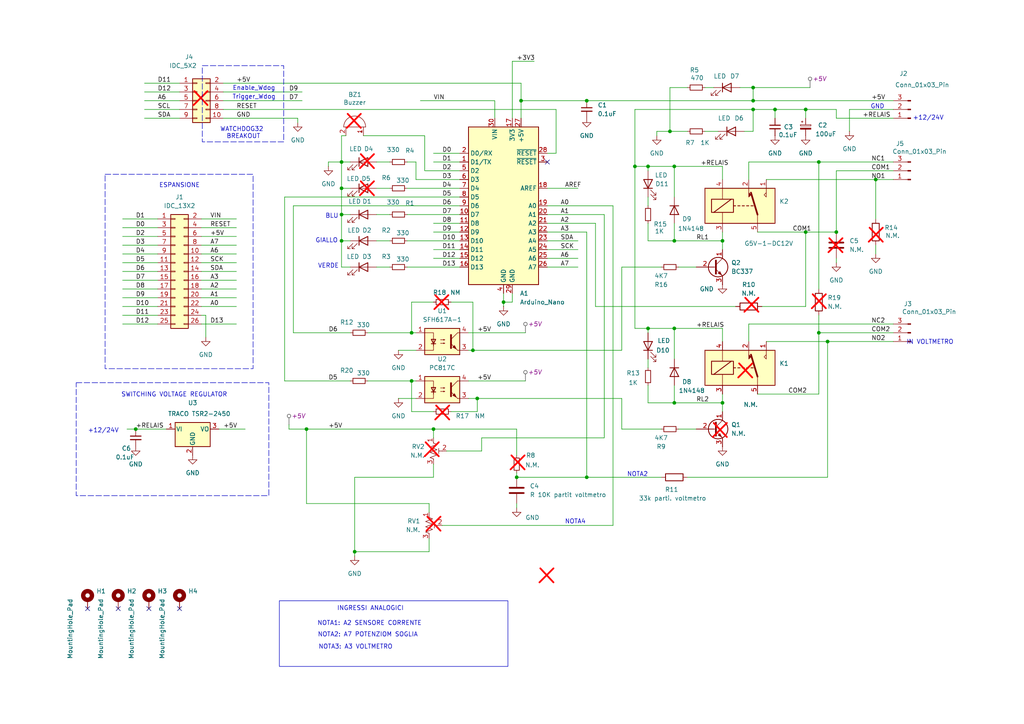
<source format=kicad_sch>
(kicad_sch (version 20231120) (generator "eeschema") (generator_version "8.0")
  (paper "A4")
  (title_block (title "Amperometro con soglia"))
  (junction (at 99.06 69.85))
  (junction (at 99.06 54.61))
  (junction (at 187.96 95.25))
  (junction (at 39.37 124.46))
  (junction (at 218.44 29.21))
  (junction (at 237.49 96.52))
  (junction (at 184.15 48.26))
  (junction (at 170.18 29.21))
  (junction (at 102.87 160.02))
  (junction (at 151.13 29.21))
  (junction (at 137.16 101.6))
  (junction (at 146.05 87.63))
  (junction (at 254 52.07))
  (junction (at 99.06 46.99))
  (junction (at 233.68 67.31))
  (junction (at 119.38 110.49))
  (junction (at 195.58 95.25))
  (junction (at 218.44 31.75))
  (junction (at 209.55 116.84))
  (junction (at 194.31 38.1))
  (junction (at 187.96 48.26))
  (junction (at 242.57 67.31))
  (junction (at 149.86 138.43))
  (junction (at 88.9 124.46))
  (junction (at 237.49 46.99))
  (junction (at 125.73 124.46))
  (junction (at 170.18 138.43))
  (junction (at 209.55 69.85))
  (junction (at 195.58 116.84))
  (junction (at 240.03 99.06))
  (junction (at 233.68 31.75))
  (junction (at 99.06 62.23))
  (junction (at 138.43 115.57))
  (junction (at 224.79 31.75))
  (junction (at 119.38 96.52))
  (junction (at 218.44 25.4))
  (junction (at 195.58 69.85))
  (junction (at 195.58 48.26))
  (no_connect (at 158.75 46.99))
  (no_connect (at 25.4 176.53))
  (no_connect (at 52.07 176.53))
  (no_connect (at 43.18 176.53))
  (no_connect (at 34.29 176.53))
  (wire (pts (xy 64.77 26.67) (xy 87.63 26.67)))
  (wire (pts (xy 124.46 146.05) (xy 124.46 148.59)))
  (wire (pts (xy 187.96 116.84) (xy 187.96 111.76)))
  (wire (pts (xy 35.56 81.28) (xy 45.72 81.28)))
  (wire (pts (xy 35.56 88.9) (xy 45.72 88.9)))
  (wire (pts (xy 204.47 25.4) (xy 207.01 25.4)))
  (wire (pts (xy 187.96 48.26) (xy 195.58 48.26)))
  (wire (pts (xy 85.09 96.52) (xy 101.6 96.52)))
  (polyline (pts (xy 160.528 168.91) (xy 156.718 164.846)) (stroke (width 0.508) (color 255 0 0 1)))
  (wire (pts (xy 99.06 54.61) (xy 99.06 62.23)))
  (wire (pts (xy 148.59 34.29) (xy 148.59 17.78)))
  (wire (pts (xy 158.75 74.93) (xy 167.64 74.93)))
  (polyline (pts (xy 206.756 126.746) (xy 210.82 122.682)) (stroke (width 0.508) (color 255 0 0 1)))
  (wire (pts (xy 195.58 116.84) (xy 187.96 116.84)))
  (wire (pts (xy 195.58 104.14) (xy 195.58 95.25)))
  (wire (pts (xy 195.58 111.76) (xy 195.58 116.84)))
  (wire (pts (xy 180.34 77.47) (xy 191.77 77.47)))
  (wire (pts (xy 82.55 57.15) (xy 82.55 110.49)))
  (wire (pts (xy 146.05 87.63) (xy 146.05 88.9)))
  (wire (pts (xy 148.59 17.78) (xy 154.94 17.78)))
  (wire (pts (xy 242.57 49.53) (xy 242.57 67.31)))
  (polyline (pts (xy 104.648 37.084) (xy 100.838 33.02)) (stroke (width 0.508) (color 255 0 0 1)))
  (wire (pts (xy 39.37 124.46) (xy 48.26 124.46)))
  (polyline (pts (xy 56.134 30.48) (xy 60.198 26.416)) (stroke (width 0.508) (color 255 0 0 1)))
  (wire (pts (xy 99.06 62.23) (xy 99.06 69.85)))
  (wire (pts (xy 58.42 86.36) (xy 68.58 86.36)))
  (wire (pts (xy 218.44 29.21) (xy 170.18 29.21)))
  (wire (pts (xy 187.96 104.14) (xy 187.96 106.68)))
  (wire (pts (xy 83.82 124.46) (xy 88.9 124.46)))
  (wire (pts (xy 209.55 95.25) (xy 209.55 99.06)))
  (wire (pts (xy 138.43 115.57) (xy 180.34 115.57)))
  (wire (pts (xy 204.47 38.1) (xy 208.28 38.1)))
  (wire (pts (xy 39.37 124.46) (xy 36.83 124.46)))
  (wire (pts (xy 148.59 87.63) (xy 146.05 87.63)))
  (wire (pts (xy 233.68 67.31) (xy 233.68 88.9)))
  (wire (pts (xy 125.73 124.46) (xy 125.73 127)))
  (wire (pts (xy 88.9 124.46) (xy 125.73 124.46)))
  (wire (pts (xy 214.63 25.4) (xy 218.44 25.4)))
  (polyline (pts (xy 125.984 89.662) (xy 130.048 85.598)) (stroke (width 0.508) (color 255 0 0 1)))
  (wire (pts (xy 35.56 66.04) (xy 45.72 66.04)))
  (wire (pts (xy 128.27 152.4) (xy 177.8 152.4)))
  (wire (pts (xy 237.49 46.99) (xy 259.08 46.99)))
  (polyline (pts (xy 239.522 89.408) (xy 235.712 85.344)) (stroke (width 0.508) (color 255 0 0 1)))
  (wire (pts (xy 195.58 69.85) (xy 209.55 69.85)))
  (wire (pts (xy 129.54 130.81) (xy 139.7 130.81)))
  (wire (pts (xy 209.55 67.31) (xy 209.55 69.85)))
  (wire (pts (xy 41.91 24.13) (xy 52.07 24.13)))
  (wire (pts (xy 187.96 57.15) (xy 187.96 59.69)))
  (wire (pts (xy 237.49 96.52) (xy 237.49 91.44)))
  (wire (pts (xy 135.89 110.49) (xy 152.4 110.49)))
  (polyline (pts (xy 123.19 132.334) (xy 127.254 128.27)) (stroke (width 0.508) (color 255 0 0 1)))
  (wire (pts (xy 125.73 124.46) (xy 149.86 124.46)))
  (wire (pts (xy 119.38 96.52) (xy 120.65 96.52)))
  (wire (pts (xy 102.87 160.02) (xy 124.46 160.02)))
  (wire (pts (xy 130.81 119.38) (xy 138.43 119.38)))
  (wire (pts (xy 123.19 49.53) (xy 133.35 49.53)))
  (wire (pts (xy 58.42 91.44) (xy 59.69 91.44)))
  (wire (pts (xy 82.55 57.15) (xy 133.35 57.15)))
  (wire (pts (xy 119.38 110.49) (xy 120.65 110.49)))
  (wire (pts (xy 195.58 95.25) (xy 209.55 95.25)))
  (wire (pts (xy 158.75 72.39) (xy 167.64 72.39)))
  (wire (pts (xy 196.85 77.47) (xy 201.93 77.47)))
  (wire (pts (xy 233.68 34.29) (xy 233.68 31.75)))
  (wire (pts (xy 58.42 73.66) (xy 68.58 73.66)))
  (wire (pts (xy 99.06 77.47) (xy 101.6 77.47)))
  (wire (pts (xy 237.49 114.3) (xy 219.71 114.3)))
  (wire (pts (xy 125.73 138.43) (xy 102.87 138.43)))
  (wire (pts (xy 167.64 69.85) (xy 158.75 69.85)))
  (wire (pts (xy 220.98 88.9) (xy 233.68 88.9)))
  (wire (pts (xy 35.56 86.36) (xy 45.72 86.36)))
  (wire (pts (xy 217.17 99.06) (xy 217.17 93.98)))
  (wire (pts (xy 99.06 69.85) (xy 101.6 69.85)))
  (wire (pts (xy 217.17 52.07) (xy 217.17 46.99)))
  (wire (pts (xy 218.44 38.1) (xy 215.9 38.1)))
  (polyline (pts (xy 126.238 121.666) (xy 130.302 117.602)) (stroke (width 0.508) (color 255 0 0 1)))
  (wire (pts (xy 195.58 64.77) (xy 195.58 69.85)))
  (wire (pts (xy 58.42 71.12) (xy 68.58 71.12)))
  (wire (pts (xy 158.75 67.31) (xy 170.18 67.31)))
  (wire (pts (xy 58.42 83.82) (xy 68.58 83.82)))
  (wire (pts (xy 222.25 99.06) (xy 240.03 99.06)))
  (wire (pts (xy 88.9 146.05) (xy 88.9 124.46)))
  (wire (pts (xy 115.57 101.6) (xy 120.65 101.6)))
  (wire (pts (xy 139.7 127) (xy 139.7 130.81)))
  (wire (pts (xy 109.22 62.23) (xy 113.03 62.23)))
  (wire (pts (xy 175.26 127) (xy 139.7 127)))
  (polyline (pts (xy 108.458 48.768) (xy 104.648 44.704)) (stroke (width 0.508) (color 255 0 0 1)))
  (wire (pts (xy 222.25 52.07) (xy 254 52.07)))
  (wire (pts (xy 170.18 67.31) (xy 170.18 138.43)))
  (wire (pts (xy 86.36 34.29) (xy 86.36 35.56)))
  (wire (pts (xy 177.8 59.69) (xy 177.8 152.4)))
  (polyline (pts (xy 127.762 153.924) (xy 123.952 149.86)) (stroke (width 0.508) (color 255 0 0 1)))
  (wire (pts (xy 137.16 87.63) (xy 137.16 101.6)))
  (wire (pts (xy 125.73 44.45) (xy 133.35 44.45)))
  (wire (pts (xy 138.43 119.38) (xy 138.43 115.57)))
  (wire (pts (xy 99.06 46.99) (xy 99.06 54.61)))
  (wire (pts (xy 99.06 69.85) (xy 99.06 77.47)))
  (polyline (pts (xy 214.122 109.474) (xy 218.186 105.41)) (stroke (width 0.508) (color 255 0 0 1)))
  (wire (pts (xy 180.34 115.57) (xy 180.34 124.46)))
  (wire (pts (xy 58.42 88.9) (xy 68.58 88.9)))
  (wire (pts (xy 64.77 29.21) (xy 87.63 29.21)))
  (wire (pts (xy 149.86 138.43) (xy 170.18 138.43)))
  (wire (pts (xy 209.55 116.84) (xy 209.55 119.38)))
  (wire (pts (xy 102.87 161.29) (xy 102.87 160.02)))
  (wire (pts (xy 180.34 124.46) (xy 191.77 124.46)))
  (wire (pts (xy 237.49 96.52) (xy 237.49 114.3)))
  (polyline (pts (xy 244.348 73.152) (xy 240.538 69.088)) (stroke (width 0.508) (color 255 0 0 1)))
  (wire (pts (xy 115.57 115.57) (xy 120.65 115.57)))
  (wire (pts (xy 102.87 138.43) (xy 102.87 160.02)))
  (wire (pts (xy 59.69 91.44) (xy 59.69 97.79)))
  (wire (pts (xy 123.19 39.37) (xy 105.41 39.37)))
  (wire (pts (xy 138.43 115.57) (xy 135.89 115.57)))
  (wire (pts (xy 106.68 110.49) (xy 119.38 110.49)))
  (wire (pts (xy 240.03 99.06) (xy 259.08 99.06)))
  (wire (pts (xy 121.92 29.21) (xy 143.51 29.21)))
  (wire (pts (xy 109.22 77.47) (xy 113.03 77.47)))
  (wire (pts (xy 259.08 52.07) (xy 254 52.07)))
  (wire (pts (xy 149.86 137.16) (xy 149.86 138.43)))
  (wire (pts (xy 259.08 49.53) (xy 242.57 49.53)))
  (wire (pts (xy 259.08 31.75) (xy 246.38 31.75)))
  (wire (pts (xy 180.34 77.47) (xy 180.34 101.6)))
  (wire (pts (xy 41.91 29.21) (xy 52.07 29.21)))
  (wire (pts (xy 58.42 81.28) (xy 68.58 81.28)))
  (wire (pts (xy 151.13 29.21) (xy 151.13 24.13)))
  (wire (pts (xy 149.86 146.05) (xy 149.86 147.32)))
  (polyline (pts (xy 240.284 73.152) (xy 244.348 69.088)) (stroke (width 0.508) (color 255 0 0 1)))
  (wire (pts (xy 85.09 59.69) (xy 133.35 59.69)))
  (wire (pts (xy 58.42 66.04) (xy 68.58 66.04)))
  (wire (pts (xy 158.75 77.47) (xy 167.64 77.47)))
  (wire (pts (xy 118.11 62.23) (xy 133.35 62.23)))
  (wire (pts (xy 161.29 31.75) (xy 161.29 44.45)))
  (wire (pts (xy 172.72 64.77) (xy 158.75 64.77)))
  (wire (pts (xy 209.55 48.26) (xy 209.55 52.07)))
  (wire (pts (xy 219.71 67.31) (xy 233.68 67.31)))
  (wire (pts (xy 35.56 93.98) (xy 45.72 93.98)))
  (wire (pts (xy 41.91 34.29) (xy 52.07 34.29)))
  (wire (pts (xy 99.06 39.37) (xy 99.06 46.99)))
  (wire (pts (xy 99.06 62.23) (xy 101.6 62.23)))
  (wire (pts (xy 246.38 31.75) (xy 246.38 38.1)))
  (wire (pts (xy 119.38 119.38) (xy 119.38 110.49)))
  (wire (pts (xy 125.73 74.93) (xy 133.35 74.93)))
  (wire (pts (xy 217.17 93.98) (xy 259.08 93.98)))
  (wire (pts (xy 143.51 29.21) (xy 143.51 34.29)))
  (wire (pts (xy 184.15 31.75) (xy 184.15 48.26)))
  (wire (pts (xy 95.25 46.99) (xy 95.25 48.26)))
  (polyline (pts (xy 100.584 37.084) (xy 104.648 33.02)) (stroke (width 0.508) (color 255 0 0 1)))
  (wire (pts (xy 41.91 31.75) (xy 52.07 31.75)))
  (wire (pts (xy 35.56 71.12) (xy 45.72 71.12)))
  (wire (pts (xy 254 52.07) (xy 254 63.5)))
  (polyline (pts (xy 251.968 70.104) (xy 256.032 66.04)) (stroke (width 0.508) (color 255 0 0 1)))
  (polyline (pts (xy 108.458 56.642) (xy 104.648 52.578)) (stroke (width 0.508) (color 255 0 0 1)))
  (polyline (pts (xy 156.464 168.91) (xy 160.528 164.846)) (stroke (width 0.508) (color 255 0 0 1)))
  (wire (pts (xy 124.46 160.02) (xy 124.46 156.21)))
  (wire (pts (xy 118.11 54.61) (xy 133.35 54.61)))
  (wire (pts (xy 194.31 25.4) (xy 199.39 25.4)))
  (wire (pts (xy 190.5 38.1) (xy 194.31 38.1)))
  (wire (pts (xy 125.73 67.31) (xy 133.35 67.31)))
  (wire (pts (xy 119.38 87.63) (xy 119.38 96.52)))
  (wire (pts (xy 35.56 68.58) (xy 45.72 68.58)))
  (wire (pts (xy 124.46 146.05) (xy 88.9 146.05)))
  (wire (pts (xy 184.15 48.26) (xy 187.96 48.26)))
  (wire (pts (xy 149.86 124.46) (xy 149.86 132.08)))
  (wire (pts (xy 218.44 31.75) (xy 184.15 31.75)))
  (wire (pts (xy 106.68 96.52) (xy 119.38 96.52)))
  (wire (pts (xy 35.56 73.66) (xy 45.72 73.66)))
  (wire (pts (xy 254 73.66) (xy 254 71.12)))
  (wire (pts (xy 194.31 38.1) (xy 194.31 25.4)))
  (wire (pts (xy 233.68 67.31) (xy 242.57 67.31)))
  (wire (pts (xy 209.55 114.3) (xy 209.55 116.84)))
  (wire (pts (xy 218.44 25.4) (xy 218.44 29.21)))
  (wire (pts (xy 109.22 54.61) (xy 113.03 54.61)))
  (wire (pts (xy 146.05 85.09) (xy 146.05 87.63)))
  (wire (pts (xy 233.68 31.75) (xy 224.79 31.75)))
  (polyline (pts (xy 104.394 48.768) (xy 108.458 44.704)) (stroke (width 0.508) (color 255 0 0 1)))
  (wire (pts (xy 175.26 62.23) (xy 175.26 127)))
  (wire (pts (xy 237.49 46.99) (xy 237.49 83.82)))
  (wire (pts (xy 194.31 38.1) (xy 199.39 38.1)))
  (wire (pts (xy 151.13 29.21) (xy 151.13 34.29)))
  (wire (pts (xy 158.75 59.69) (xy 177.8 59.69)))
  (wire (pts (xy 64.77 34.29) (xy 86.36 34.29)))
  (wire (pts (xy 58.42 76.2) (xy 68.58 76.2)))
  (wire (pts (xy 101.6 54.61) (xy 99.06 54.61)))
  (wire (pts (xy 125.73 134.62) (xy 125.73 138.43)))
  (wire (pts (xy 35.56 63.5) (xy 45.72 63.5)))
  (wire (pts (xy 137.16 101.6) (xy 135.89 101.6)))
  (wire (pts (xy 120.65 52.07) (xy 133.35 52.07)))
  (wire (pts (xy 224.79 34.29) (xy 224.79 31.75)))
  (wire (pts (xy 125.73 64.77) (xy 133.35 64.77)))
  (wire (pts (xy 35.56 83.82) (xy 45.72 83.82)))
  (wire (pts (xy 99.06 46.99) (xy 95.25 46.99)))
  (polyline (pts (xy 60.198 30.48) (xy 56.388 26.416)) (stroke (width 0.508) (color 255 0 0 1)))
  (wire (pts (xy 187.96 95.25) (xy 187.96 96.52)))
  (wire (pts (xy 118.11 46.99) (xy 120.65 46.99)))
  (wire (pts (xy 240.03 99.06) (xy 240.03 138.43)))
  (wire (pts (xy 195.58 69.85) (xy 187.96 69.85)))
  (wire (pts (xy 41.91 26.67) (xy 52.07 26.67)))
  (wire (pts (xy 35.56 76.2) (xy 45.72 76.2)))
  (wire (pts (xy 135.89 96.52) (xy 152.4 96.52)))
  (wire (pts (xy 109.22 46.99) (xy 113.03 46.99)))
  (wire (pts (xy 195.58 116.84) (xy 209.55 116.84)))
  (wire (pts (xy 120.65 52.07) (xy 120.65 46.99)))
  (wire (pts (xy 58.42 68.58) (xy 68.58 68.58)))
  (wire (pts (xy 148.59 85.09) (xy 148.59 87.63)))
  (wire (pts (xy 218.44 31.75) (xy 218.44 38.1)))
  (wire (pts (xy 242.57 34.29) (xy 259.08 34.29)))
  (wire (pts (xy 195.58 48.26) (xy 209.55 48.26)))
  (polyline (pts (xy 130.302 121.666) (xy 126.492 117.602)) (stroke (width 0.508) (color 255 0 0 1)))
  (polyline (pts (xy 215.9 90.424) (xy 219.964 86.36)) (stroke (width 0.508) (color 255 0 0 1)))
  (wire (pts (xy 99.06 39.37) (xy 100.33 39.37)))
  (polyline (pts (xy 130.048 89.662) (xy 126.238 85.598)) (stroke (width 0.508) (color 255 0 0 1)))
  (wire (pts (xy 64.77 31.75) (xy 161.29 31.75)))
  (wire (pts (xy 99.06 46.99) (xy 101.6 46.99)))
  (wire (pts (xy 217.17 46.99) (xy 237.49 46.99)))
  (wire (pts (xy 187.96 95.25) (xy 195.58 95.25)))
  (wire (pts (xy 184.15 95.25) (xy 187.96 95.25)))
  (wire (pts (xy 35.56 78.74) (xy 45.72 78.74)))
  (wire (pts (xy 224.79 31.75) (xy 218.44 31.75)))
  (wire (pts (xy 199.39 138.43) (xy 240.03 138.43)))
  (wire (pts (xy 213.36 88.9) (xy 172.72 88.9)))
  (wire (pts (xy 196.85 124.46) (xy 201.93 124.46)))
  (wire (pts (xy 180.34 101.6) (xy 137.16 101.6)))
  (polyline (pts (xy 152.146 136.144) (xy 148.336 132.08)) (stroke (width 0.508) (color 255 0 0 1)))
  (wire (pts (xy 130.81 87.63) (xy 137.16 87.63)))
  (wire (pts (xy 158.75 62.23) (xy 175.26 62.23)))
  (wire (pts (xy 209.55 69.85) (xy 209.55 72.39)))
  (polyline (pts (xy 219.964 90.424) (xy 216.154 86.36)) (stroke (width 0.508) (color 255 0 0 1)))
  (wire (pts (xy 190.5 38.1) (xy 190.5 39.37)))
  (wire (pts (xy 170.18 138.43) (xy 191.77 138.43)))
  (wire (pts (xy 85.09 96.52) (xy 85.09 59.69)))
  (polyline (pts (xy 256.032 70.104) (xy 252.222 66.04)) (stroke (width 0.508) (color 255 0 0 1)))
  (wire (pts (xy 123.19 49.53) (xy 123.19 39.37)))
  (wire (pts (xy 35.56 91.44) (xy 45.72 91.44)))
  (wire (pts (xy 125.73 72.39) (xy 133.35 72.39)))
  (wire (pts (xy 161.29 44.45) (xy 158.75 44.45)))
  (polyline (pts (xy 148.082 136.144) (xy 152.146 132.08)) (stroke (width 0.508) (color 255 0 0 1)))
  (wire (pts (xy 242.57 74.93) (xy 242.57 76.2)))
  (wire (pts (xy 184.15 48.26) (xy 184.15 95.25)))
  (wire (pts (xy 187.96 48.26) (xy 187.96 49.53)))
  (wire (pts (xy 83.82 123.19) (xy 83.82 124.46)))
  (polyline (pts (xy 104.394 56.642) (xy 108.458 52.578)) (stroke (width 0.508) (color 255 0 0 1)))
  (wire (pts (xy 58.42 93.98) (xy 68.58 93.98)))
  (wire (pts (xy 118.11 77.47) (xy 133.35 77.47)))
  (wire (pts (xy 237.49 96.52) (xy 259.08 96.52)))
  (wire (pts (xy 118.11 69.85) (xy 133.35 69.85)))
  (wire (pts (xy 170.18 29.21) (xy 151.13 29.21)))
  (wire (pts (xy 58.42 63.5) (xy 68.58 63.5)))
  (polyline (pts (xy 210.82 126.746) (xy 207.01 122.682)) (stroke (width 0.508) (color 255 0 0 1)))
  (polyline (pts (xy 235.458 89.408) (xy 239.522 85.344)) (stroke (width 0.508) (color 255 0 0 1)))
  (wire (pts (xy 218.44 25.4) (xy 234.95 25.4)))
  (polyline (pts (xy 123.698 153.924) (xy 127.762 149.86)) (stroke (width 0.508) (color 255 0 0 1)))
  (wire (pts (xy 58.42 78.74) (xy 68.58 78.74)))
  (wire (pts (xy 109.22 69.85) (xy 113.03 69.85)))
  (wire (pts (xy 242.57 31.75) (xy 233.68 31.75)))
  (polyline (pts (xy 218.186 109.474) (xy 214.376 105.41)) (stroke (width 0.508) (color 255 0 0 1)))
  (wire (pts (xy 158.75 54.61) (xy 167.64 54.61)))
  (wire (pts (xy 172.72 64.77) (xy 172.72 88.9)))
  (wire (pts (xy 125.73 46.99) (xy 133.35 46.99)))
  (wire (pts (xy 125.73 87.63) (xy 119.38 87.63)))
  (wire (pts (xy 187.96 69.85) (xy 187.96 64.77)))
  (wire (pts (xy 64.77 24.13) (xy 151.13 24.13)))
  (polyline (pts (xy 127.254 132.334) (xy 123.444 128.27)) (stroke (width 0.508) (color 255 0 0 1)))
  (wire (pts (xy 101.6 110.49) (xy 82.55 110.49)))
  (wire (pts (xy 63.5 124.46) (xy 71.12 124.46)))
  (wire (pts (xy 195.58 57.15) (xy 195.58 48.26)))
  (wire (pts (xy 242.57 34.29) (xy 242.57 31.75)))
  (wire (pts (xy 125.73 119.38) (xy 119.38 119.38)))
  (wire (pts (xy 218.44 29.21) (xy 259.08 29.21)))
  (rectangle (start 81.026 174.244) (end 147.32 193.294))
  (rectangle (start 30.48 50.546) (end 73.406 106.934) (stroke (width 0) (type dash)))
  (rectangle (start 58.674 19.05) (end 82.296 41.148) (stroke (width 0) (type dash)))
  (rectangle (start 22.098 110.998) (end 77.978 143.764) (stroke (width 0) (type dash)))
  (text "VERDE" (at 95.25 77.216 0) (effects (font (size 1.27 1.27))))
  (text "NOTA1: A2 SENSORE CORRENTE" (at 107.188 180.848 0) (effects (font (size 1.27 1.27))))
  (text "WATCHDOG32 \nBREAKOUT" (at 70.612 38.608 0) (effects (font (size 1.27 1.27))))
  (text "GND" (at 254.508 30.988 0) (effects (font (size 1.27 1.27))))
  (text "INGRESSI ANALOGICI" (at 107.442 176.53 0) (effects (font (size 1.27 1.27))))
  (text "GIALLO" (at 94.742 69.85 0) (effects (font (size 1.27 1.27))))
  (text "NOTA3: A3 VOLTMETRO" (at 103.124 187.706 0) (effects (font (size 1.27 1.27))))
  (text "+12/24V\n" (at 29.972 124.968 0) (effects (font (size 1.27 1.27))))
  (text "SWITCHING VOLTAGE REGULATOR" (at 50.546 114.554 0) (effects (font (size 1.27 1.27))))
  (text "NOTA2: A7 POTENZIOM SOGLIA" (at 106.68 184.15 0) (effects (font (size 1.27 1.27))))
  (text "BLU" (at 96.266 62.738 0) (effects (font (size 1.27 1.27))))
  (text "ESPANSIONE\n" (at 52.07 53.848 0) (effects (font (size 1.27 1.27))))
  (text "IN VOLTMETRO\n" (at 269.748 99.314 0) (effects (font (size 1.27 1.27))))
  (text "NOTA4" (at 166.878 151.384 0) (effects (font (size 1.27 1.27))))
  (text "+12/24V\n" (at 269.24 34.29 0) (effects (font (size 1.27 1.27))))
  (text "Enable_Wdog" (at 73.66 25.654 0) (effects (font (size 1.27 1.27))))
  (text "NOTA2" (at 184.912 137.668 0) (effects (font (size 1.27 1.27))))
  (text "Trigger_Wdog" (at 73.66 28.194 0) (effects (font (size 1.27 1.27))))
  (label "A6" (at 162.56 74.93 0))
  (label "D11" (at 45.72 24.13 0))
  (label "+5V" (at 138.43 110.49 0))
  (label "D12" (at 39.37 93.98 0))
  (label "A6" (at 60.96 73.66 0))
  (label "D13" (at 60.96 93.98 0))
  (label "SCL" (at 45.72 31.75 0))
  (label "D5" (at 128.27 57.15 0))
  (label "GND" (at 68.58 34.29 0))
  (label "+5V" (at 60.96 68.58 0))
  (label "VIN" (at 60.96 63.5 0))
  (label "SCK" (at 162.56 72.39 0))
  (label "A0" (at 60.96 88.9 0))
  (label "D7" (at 128.27 62.23 0))
  (label "A1" (at 162.56 62.23 0))
  (label "D4" (at 39.37 73.66 0))
  (label "D4" (at 128.27 54.61 0))
  (label "+RELAIS" (at 250.19 34.29 0))
  (label "COM2" (at 252.73 96.52 0))
  (label "+RELAIS" (at 203.2 48.26 0))
  (label "D9" (at 39.37 86.36 0))
  (label "SDA" (at 60.96 78.74 0))
  (label "AREF" (at 163.83 54.61 0))
  (label "D6" (at 95.2938 96.52 0))
  (label "+RELAIS" (at 201.93 95.25 0))
  (label "D11" (at 39.37 91.44 0))
  (label "D1" (at 39.37 63.5 0))
  (label "+5V" (at 95.25 124.46 0))
  (label "D5" (at 95.25 110.49 0))
  (label "VIN" (at 125.73 29.21 0))
  (label "A2" (at 162.56 64.77 0))
  (label "SDA" (at 162.56 69.85 0))
  (label "D5" (at 39.37 76.2 0))
  (label "D11" (at 128.27 72.39 0))
  (label "NC1" (at 252.73 46.99 0))
  (label "D0" (at 128.27 44.45 0))
  (label "D9" (at 128.27 67.31 0))
  (label "RESET" (at 68.58 31.75 0))
  (label "SCK" (at 60.96 76.2 0))
  (label "COM2" (at 228.6 114.3 0))
  (label "D3" (at 39.37 71.12 0))
  (label "RL1" (at 201.93 69.85 0))
  (label "A1" (at 60.96 86.36 0))
  (label "D12" (at 128.27 74.93 0))
  (label "D8" (at 39.37 83.82 0))
  (label "NC2" (at 252.73 93.98 0))
  (label "RESET" (at 60.96 66.04 0))
  (label "A2" (at 60.96 83.82 0))
  (label "A6" (at 45.72 29.21 0))
  (label "D7" (at 39.37 81.28 0))
  (label "D2" (at 39.37 68.58 0))
  (label "D6" (at 39.37 78.74 0))
  (label "COM1" (at 229.87 67.31 0))
  (label "D13" (at 128.27 77.47 0))
  (label "+5V" (at 252.73 29.21 0))
  (label "RL2" (at 201.93 116.84 0))
  (label "D12" (at 45.72 26.67 0))
  (label "D1" (at 128.27 46.99 0))
  (label "D6" (at 128.2737 59.69 0))
  (label "A3" (at 60.96 81.28 0))
  (label "NO1" (at 252.73 52.07 0))
  (label "+3V3" (at 149.86 17.78 0))
  (label "A7" (at 162.56 77.47 0))
  (label "D3" (at 128.27 52.07 0))
  (label "+5V" (at 138.43 96.52 0))
  (label "D10" (at 39.37 88.9 0))
  (label "D0" (at 39.37 66.04 0))
  (label "D8" (at 128.27 64.77 0))
  (label "D10" (at 128.27 69.85 0))
  (label "A0" (at 162.56 59.69 0))
  (label "D7" (at 83.82 29.21 0))
  (label "+5V" (at 64.77 124.46 0))
  (label "+RELAIS" (at 39.37 124.46 0))
  (label "+5V" (at 68.58 24.13 0))
  (label "A7" (at 60.96 71.12 0))
  (label "SDA" (at 45.72 34.29 0))
  (label "NO2" (at 252.73 99.06 0))
  (label "D9" (at 83.82 26.67 0))
  (label "D2" (at 128.27 49.53 0))
  (label "A3" (at 162.56 67.31 0))
  (label "COM1" (at 252.73 49.53 0))
  (netclass_flag "" (length 2.54) (shape round) (at 234.95 25.4 0) (property "Netclass" "+5V" (at 235.6485 22.86 0) (effects (font (italic yes)) (justify left))))
  (netclass_flag "" (length 2.54) (shape round) (at 83.82 123.19 0) (property "Netclass" "+5V" (at 84.5185 120.65 0) (effects (font (italic yes)) (justify left))))
  (netclass_flag "" (length 2.54) (shape round) (at 152.4 110.49 0) (property "Netclass" "+5V" (at 153.0985 107.95 0) (effects (font (italic yes)) (justify left))))
  (netclass_flag "" (length 2.54) (shape round) (at 152.4 96.52 0) (property "Netclass" "+5V" (at 153.0985 93.98 0) (effects (font (italic yes)) (justify left))))
  (symbol (lib_id "Device:R_Small") (at 128.27 119.38 270) (unit 1)
    (property "Reference" "R17" (at 134.112 120.65 90))
    (property "Value" "NM" (at 139.192 120.65 90))
    (property "Footprint" "Resistor_THT:R_Axial_DIN0204_L3.6mm_D1.6mm_P2.54mm_Vertical" (effects (hide yes)))
  )
  (symbol (lib_id "Device:LED") (at 105.41 54.61 0) (unit 1)
    (property "Reference" "D5" (at 106.172 51.816 0))
    (property "Value" "LED" (at 102.362 51.816 0))
    (property "Footprint" "LED_THT:LED_D3.0mm" (effects (hide yes)))
    (property "Description" "Light emitting diode" (effects (hide yes)))
  )
  (symbol (lib_id "Transistor_BJT:BC337") (at 207.01 124.46 0) (unit 1)
    (property "Reference" "Q1" (at 212.09 123.1899 0) (effects (justify left)))
    (property "Value" "N.M." (at 212.09 125.7299 0) (effects (justify left)))
    (property "Footprint" "Package_TO_SOT_THT:TO-92_HandSolder" (effects (hide yes)))
    (property "Datasheet" "https://diotec.com/tl_files/diotec/files/pdf/datasheets/bc337.pdf" (effects (hide yes)))
    (property "Description" "0.8A Ic, 45V Vce, NPN Transistor, TO-92" (effects (hide yes)))
  )
  (symbol (lib_id "Mechanical:MountingHole_Pad") (at 25.4 173.99 0) (unit 1)
    (property "Reference" "H1" (at 27.94 171.4499 0) (effects (justify left)))
    (property "Value" "MountingHole_Pad" (at 20.32 191.135 90) (effects (justify left)))
    (property "Footprint" "MountingHole:MountingHole_3.2mm_M3_DIN965_Pad" (effects (hide yes)))
  )
  (symbol (lib_id "power:GND") (at 190.5 39.37 0) (unit 1)
    (property "Reference" "#PWR011" (effects (hide yes)))
    (property "Value" "GND" (at 190.5 44.45 0))
    (property "Description" "Power symbol creates a global label with name \"GND\" , ground" (effects (hide yes)))
  )
  (symbol (lib_id "Connector_Generic:Conn_02x05_Odd_Even") (at 57.15 29.21 0) (unit 1)
    (property "Reference" "J4" (at 54.864 16.51 0))
    (property "Value" "IDC_5X2" (at 53.086 19.05 0))
    (property "Footprint" "Connector_IDC:IDC-Header_2x05_P2.54mm_Vertical" (effects (hide yes)))
    (property "Description" "Generic connector, double row, 02x05, odd/even pin numbering scheme (row 1 odd numbers, row 2 even numbers), script generated (kicad-library-utils/schlib/autogen/connector/)" (effects (hide yes)))
  )
  (symbol (lib_id "Device:LED") (at 212.09 38.1 0) (unit 1)
    (property "Reference" "D6" (at 214.376 34.29 0))
    (property "Value" "LED" (at 210.058 34.29 0))
    (property "Footprint" "LED_THT:LED_D3.0mm" (effects (hide yes)))
    (property "Description" "Light emitting diode" (effects (hide yes)))
  )
  (symbol (lib_id "Relay:Y14x-1C-xxDS") (at 214.63 106.68 0) (unit 1)
    (property "Reference" "K1" (at 226.06 105.4099 0) (effects (justify left)))
    (property "Value" "N.M." (at 215.646 117.348 0) (effects (justify left)))
    (property "Footprint" "Relay_THT:Relay_SPDT_HsinDa_Y14" (effects (hide yes)))
    (property "Datasheet" "http://www.hsinda.com.tw/upload/file/Y14-20200430135145.pdf" (effects (hide yes)))
    (property "Description" "Hsin Da Y14-series relay, Single Pole Dual Throw" (effects (hide yes)))
  )
  (symbol (lib_id "Device:C") (at 242.57 71.12 0) (unit 1)
    (property "Reference" "C5" (at 246.38 69.8499 0) (effects (justify left)))
    (property "Value" "N.M." (at 246.38 72.3899 0) (effects (justify left)))
    (property "Footprint" "Capacitor_THT:C_Disc_D4.3mm_W1.9mm_P5.00mm" (effects (hide yes)))
    (property "Description" "Unpolarized capacitor" (effects (hide yes)))
  )
  (symbol (lib_id "power:GND") (at 39.37 129.54 0) (unit 1)
    (property "Reference" "#PWR018" (effects (hide yes)))
    (property "Value" "GND" (at 39.37 134.62 0))
    (property "Description" "Power symbol creates a global label with name \"GND\" , ground" (effects (hide yes)))
  )
  (symbol (lib_id "power:GND") (at 115.57 101.6 0) (unit 1)
    (property "Reference" "#PWR03" (effects (hide yes)))
    (property "Value" "GND" (at 115.57 106.68 0))
    (property "Description" "Power symbol creates a global label with name \"GND\" , ground" (effects (hide yes)))
  )
  (symbol (lib_id "Device:R_Small") (at 115.57 77.47 270) (unit 1)
    (property "Reference" "R3" (at 112.014 74.422 90))
    (property "Value" "330" (at 116.84 75.184 90))
    (property "Footprint" "Resistor_THT:R_Axial_DIN0204_L3.6mm_D1.6mm_P2.54mm_Vertical" (effects (hide yes)))
  )
  (symbol (lib_id "Device:R") (at 217.17 88.9 270) (unit 1)
    (property "Reference" "R10" (at 217.17 82.55 90))
    (property "Value" "N.M." (at 217.17 85.09 90))
    (property "Footprint" "Resistor_THT:R_Axial_DIN0204_L3.6mm_D1.6mm_P2.54mm_Vertical" (effects (hide yes)))
    (property "Description" "Resistor" (effects (hide yes)))
  )
  (symbol (lib_id "power:GND") (at 209.55 129.54 0) (unit 1)
    (property "Reference" "#PWR08" (effects (hide yes)))
    (property "Value" "GND" (at 209.55 134.62 0))
    (property "Description" "Power symbol creates a global label with name \"GND\" , ground" (effects (hide yes)))
  )
  (symbol (lib_id "Device:LED") (at 105.41 77.47 0) (unit 1)
    (property "Reference" "D3" (at 106.426 74.422 0))
    (property "Value" "LED" (at 102.362 74.422 0))
    (property "Footprint" "LED_THT:LED_D3.0mm" (effects (hide yes)))
    (property "Description" "Light emitting diode" (effects (hide yes)))
  )
  (symbol (lib_id "power:GND") (at 102.87 161.29 0) (unit 1)
    (property "Reference" "#PWR012" (effects (hide yes)))
    (property "Value" "GND" (at 102.87 166.37 0))
    (property "Description" "Power symbol creates a global label with name \"GND\" , ground" (effects (hide yes)))
  )
  (symbol (lib_id "Device:R_Small") (at 149.86 134.62 180) (unit 1)
    (property "Reference" "R8" (at 153.924 132.08 0))
    (property "Value" "N.M." (at 154.432 134.874 0))
    (property "Footprint" "Resistor_THT:R_Axial_DIN0204_L3.6mm_D1.6mm_P2.54mm_Vertical" (effects (hide yes)))
  )
  (symbol (lib_id "Device:R_Small") (at 104.14 96.52 270) (unit 1)
    (property "Reference" "R12" (at 100.584 93.472 90))
    (property "Value" "330" (at 105.41 94.234 90))
    (property "Footprint" "Resistor_THT:R_Axial_DIN0204_L3.6mm_D1.6mm_P2.54mm_Vertical" (effects (hide yes)))
  )
  (symbol (lib_id "Transistor_BJT:BC337") (at 207.01 77.47 0) (unit 1)
    (property "Reference" "Q2" (at 212.09 76.1999 0) (effects (justify left)))
    (property "Value" "BC337" (at 212.09 78.7399 0) (effects (justify left)))
    (property "Footprint" "Package_TO_SOT_THT:TO-92_HandSolder" (effects (hide yes)))
    (property "Datasheet" "https://diotec.com/tl_files/diotec/files/pdf/datasheets/bc337.pdf" (effects (hide yes)))
    (property "Description" "0.8A Ic, 45V Vce, NPN Transistor, TO-92" (effects (hide yes)))
  )
  (symbol (lib_id "Device:R_Small") (at 104.14 110.49 270) (unit 1)
    (property "Reference" "R20" (at 100.584 107.442 90))
    (property "Value" "330" (at 105.41 108.204 90))
    (property "Footprint" "Resistor_THT:R_Axial_DIN0204_L3.6mm_D1.6mm_P2.54mm_Vertical" (effects (hide yes)))
  )
  (symbol (lib_id "Mechanical:MountingHole_Pad") (at 34.29 173.99 0) (unit 1)
    (property "Reference" "H2" (at 36.83 171.4499 0) (effects (justify left)))
    (property "Value" "MountingHole_Pad" (at 29.21 191.135 90) (effects (justify left)))
    (property "Footprint" "MountingHole:MountingHole_3.2mm_M3_DIN965_Pad" (effects (hide yes)))
  )
  (symbol (lib_id "power:GND") (at 254 73.66 0) (unit 1)
    (property "Reference" "#PWR013" (effects (hide yes)))
    (property "Value" "GND" (at 254 78.74 0))
    (property "Description" "Power symbol creates a global label with name \"GND\" , ground" (effects (hide yes)))
  )
  (symbol (lib_id "MCU_Module:Arduino_Nano_v3.x") (at 146.05 59.69 0) (unit 1)
    (property "Reference" "A1" (at 150.7841 85.09 0) (effects (justify left)))
    (property "Value" "Arduino_Nano" (at 150.7841 87.63 0) (effects (justify left)))
    (property "Footprint" "Module:Arduino_Nano" (effects (hide yes)))
    (property "Datasheet" "http://www.mouser.com/pdfdocs/Gravitech_Arduino_Nano3_0.pdf" (effects (hide yes)))
    (property "Description" "Arduino Nano v3.x" (effects (hide yes)))
  )
  (symbol (lib_id "Device:R") (at 237.49 87.63 180) (unit 1)
    (property "Reference" "R19" (at 240.03 86.3599 0) (effects (justify right)))
    (property "Value" "N.M." (at 240.03 88.8999 0) (effects (justify right)))
    (property "Footprint" "Resistor_THT:R_Axial_DIN0204_L3.6mm_D1.6mm_P2.54mm_Vertical" (effects (hide yes)))
    (property "Description" "Resistor" (effects (hide yes)))
  )
  (symbol (lib_id "Device:C_Small") (at 39.37 127 0) (unit 1)
    (property "Reference" "C6" (at 35.306 130.048 0) (effects (justify left)))
    (property "Value" "0.1uF" (at 33.528 132.588 0) (effects (justify left)))
    (property "Footprint" "Capacitor_THT:C_Disc_D4.3mm_W1.9mm_P5.00mm" (effects (hide yes)))
  )
  (symbol (lib_id "Device:LED") (at 105.41 46.99 0) (unit 1)
    (property "Reference" "D4" (at 106.934 43.18 0))
    (property "Value" "LED" (at 103.124 43.18 0))
    (property "Footprint" "LED_THT:LED_D3.0mm" (effects (hide yes)))
    (property "Description" "Light emitting diode" (effects (hide yes)))
  )
  (symbol (lib_id "Device:Buzzer") (at 102.87 36.83 270) (mirror x) (unit 1)
    (property "Reference" "BZ1" (at 104.902 27.432 90) (effects (justify right)))
    (property "Value" "Buzzer" (at 106.172 29.718 90) (effects (justify right)))
    (property "Footprint" "Buzzer_Beeper:Buzzer_15x7.5RM7.6" (effects (hide yes)))
    (property "Description" "Buzzer, polarized" (effects (hide yes)))
  )
  (symbol (lib_id "Device:R_Potentiometer_Trim_US") (at 125.73 130.81 0) (unit 1)
    (property "Reference" "RV2" (at 123.19 129.5399 0) (effects (justify right)))
    (property "Value" "N.M." (at 123.19 132.0799 0) (effects (justify right)))
    (property "Footprint" "Potentiometer_THT:Potentiometer_Bourns_3296W_Vertical" (effects (hide yes)))
    (property "Description" "Trim-potentiometer, US symbol" (effects (hide yes)))
  )
  (symbol (lib_id "Device:R_Small") (at 128.27 87.63 270) (unit 1)
    (property "Reference" "R18" (at 127.508 84.836 90))
    (property "Value" "NM" (at 132.08 84.836 90))
    (property "Footprint" "Resistor_THT:R_Axial_DIN0204_L3.6mm_D1.6mm_P2.54mm_Vertical" (effects (hide yes)))
  )
  (symbol (lib_id "Connector:Conn_01x03_Pin") (at 264.16 96.52 180) (unit 1)
    (property "Reference" "J3" (at 262.128 88.138 0) (effects (justify right)))
    (property "Value" "Conn_01x03_Pin" (at 261.62 90.424 0) (effects (justify right)))
    (property "Footprint" "Connector_Wago:Wago_734-133_1x03_P3.50mm_Vertical" (effects (hide yes)))
    (property "Description" "Generic connector, single row, 01x03, script generated" (effects (hide yes)))
  )
  (symbol (lib_id "Regulator_Linear:LM7805_TO220") (at 55.88 124.46 0) (unit 1)
    (property "Reference" "U3" (at 55.88 116.84 0))
    (property "Value" "TRACO TSR2-2450" (at 57.785 120.015 0))
    (property "Footprint" "Converter_DCDC:Converter_DCDC_TRACO_TSR-1_THT" (effects (hide yes)))
    (property "Datasheet" "https://www.onsemi.cn/PowerSolutions/document/MC7800-D.PDF" (effects (hide yes)))
  )
  (symbol (lib_id "Device:R_Small") (at 115.57 46.99 270) (unit 1)
    (property "Reference" "R4" (at 118.872 43.688 90))
    (property "Value" "330" (at 114.046 43.434 90))
    (property "Footprint" "Resistor_THT:R_Axial_DIN0204_L3.6mm_D1.6mm_P2.54mm_Vertical" (effects (hide yes)))
  )
  (symbol (lib_id "Device:R_Small") (at 187.96 109.22 180) (unit 1)
    (property "Reference" "R13" (at 183.642 108.204 0))
    (property "Value" "1K" (at 183.642 110.998 0))
    (property "Footprint" "Resistor_THT:R_Axial_DIN0204_L3.6mm_D1.6mm_P2.54mm_Vertical" (effects (hide yes)))
  )
  (symbol (lib_id "power:GND") (at 224.79 39.37 0) (unit 1)
    (property "Reference" "#PWR05" (effects (hide yes)))
    (property "Value" "GND" (at 224.79 44.45 0))
    (property "Description" "Power symbol creates a global label with name \"GND\" , ground" (effects (hide yes)))
  )
  (symbol (lib_id "Device:LED") (at 187.96 53.34 90) (unit 1)
    (property "Reference" "D11" (at 192.024 53.34 90))
    (property "Value" "LED" (at 191.77 50.8 90))
    (property "Footprint" "LED_THT:LED_D3.0mm" (effects (hide yes)))
  )
  (symbol (lib_id "Device:LED") (at 105.41 69.85 0) (unit 1)
    (property "Reference" "D2" (at 106.426 66.802 0))
    (property "Value" "LED" (at 102.616 66.802 0))
    (property "Footprint" "LED_THT:LED_D3.0mm" (effects (hide yes)))
    (property "Description" "Light emitting diode" (effects (hide yes)))
  )
  (symbol (lib_id "Diode:1N4148") (at 195.58 107.95 270) (unit 1)
    (property "Reference" "D8" (at 197.866 110.744 90) (effects (justify left)))
    (property "Value" "1N4148" (at 196.85 113.284 90) (effects (justify left)))
    (property "Footprint" "Diode_THT:D_DO-41_SOD81_P2.54mm_Vertical_AnodeUp" (effects (hide yes)))
    (property "Datasheet" "https://assets.nexperia.com/documents/data-sheet/1N4148_1N4448.pdf" (effects (hide yes)))
    (property "Description" "100V 0.15A standard switching diode, DO-35" (effects (hide yes)))
    (property "Sim.Device" "D" (effects (hide yes)))
    (property "Sim.Pins" "1=K 2=A" (effects (hide yes)))
  )
  (symbol (lib_id "Device:LED") (at 210.82 25.4 0) (unit 1)
    (property "Reference" "D7" (at 213.106 22.098 0))
    (property "Value" "LED" (at 208.788 22.098 0))
    (property "Footprint" "LED_THT:LED_D3.0mm" (effects (hide yes)))
    (property "Description" "Light emitting diode" (effects (hide yes)))
  )
  (symbol (lib_id "Device:R") (at 195.58 138.43 270) (unit 1)
    (property "Reference" "R11" (at 194.818 141.986 90))
    (property "Value" "33k parti. voltmetro" (at 195.072 144.526 90))
    (property "Footprint" "Resistor_THT:R_Axial_DIN0204_L3.6mm_D1.6mm_P2.54mm_Vertical" (effects (hide yes)))
    (property "Description" "Resistor" (effects (hide yes)))
  )
  (symbol (lib_id "power:GND") (at 246.38 38.1 0) (unit 1)
    (property "Reference" "#PWR02" (effects (hide yes)))
    (property "Value" "GND" (at 246.38 43.18 0))
    (property "Description" "Power symbol creates a global label with name \"GND\" , ground" (effects (hide yes)))
  )
  (symbol (lib_id "power:GND") (at 59.69 97.79 0) (unit 1)
    (property "Reference" "#PWR017" (effects (hide yes)))
    (property "Value" "GND" (at 59.69 102.87 0))
    (property "Description" "Power symbol creates a global label with name \"GND\" , ground" (effects (hide yes)))
  )
  (symbol (lib_id "power:GND") (at 149.86 147.32 0) (unit 1)
    (property "Reference" "#PWR016" (effects (hide yes)))
    (property "Value" "GND" (at 154.432 150.114 0))
    (property "Description" "Power symbol creates a global label with name \"GND\" , ground" (effects (hide yes)))
  )
  (symbol (lib_id "Device:LED") (at 187.96 100.33 90) (unit 1)
    (property "Reference" "D10" (at 192.278 101.6 90))
    (property "Value" "LED" (at 192.532 98.806 90))
    (property "Footprint" "LED_THT:LED_D3.0mm" (effects (hide yes)))
  )
  (symbol (lib_id "Device:R_Small") (at 201.93 25.4 270) (unit 1)
    (property "Reference" "R5" (at 201.422 20.32 90))
    (property "Value" "470" (at 202.184 22.606 90))
    (property "Footprint" "Resistor_THT:R_Axial_DIN0204_L3.6mm_D1.6mm_P2.54mm_Vertical" (effects (hide yes)))
  )
  (symbol (lib_id "Mechanical:MountingHole_Pad") (at 43.18 173.99 0) (unit 1)
    (property "Reference" "H3" (at 45.72 171.4499 0) (effects (justify left)))
    (property "Value" "MountingHole_Pad" (at 38.1 191.135 90) (effects (justify left)))
    (property "Footprint" "MountingHole:MountingHole_3.2mm_M3_DIN965_Pad" (effects (hide yes)))
  )
  (symbol (lib_id "Connector:Conn_01x03_Pin") (at 264.16 49.53 180) (unit 1)
    (property "Reference" "J5" (at 259.842 41.656 0) (effects (justify right)))
    (property "Value" "Conn_01x03_Pin" (at 258.826 43.942 0) (effects (justify right)))
    (property "Footprint" "Connector_Wago:Wago_734-133_1x03_P3.50mm_Vertical" (effects (hide yes)))
    (property "Description" "Generic connector, single row, 01x03, script generated" (effects (hide yes)))
  )
  (symbol (lib_id "Diode:1N4148") (at 195.58 60.96 270) (unit 1)
    (property "Reference" "D9" (at 197.866 63.5 90) (effects (justify left)))
    (property "Value" "1N4148" (at 196.596 66.294 90) (effects (justify left)))
    (property "Footprint" "Diode_THT:D_DO-41_SOD81_P2.54mm_Vertical_AnodeUp" (effects (hide yes)))
    (property "Datasheet" "https://assets.nexperia.com/documents/data-sheet/1N4148_1N4448.pdf" (effects (hide yes)))
    (property "Description" "100V 0.15A standard switching diode, DO-35" (effects (hide yes)))
    (property "Sim.Device" "D" (effects (hide yes)))
    (property "Sim.Pins" "1=K 2=A" (effects (hide yes)))
  )
  (symbol (lib_id "Isolator:SFH617A-1") (at 128.27 99.06 0) (unit 1)
    (property "Reference" "U1" (at 128.27 90.17 0))
    (property "Value" "SFH617A-1" (at 128.27 92.71 0))
    (property "Footprint" "Package_DIP:DIP-4_W7.62mm" (effects (hide yes)))
    (property "Datasheet" "http://www.vishay.com/docs/83740/sfh617a.pdf" (effects (hide yes)))
    (property "Description" "Optocoupler, Phototransistor Output, 5300 VRMS, VCEO 70V, CTR% 40-80, -55 to +110 degree Celsius, UL, BSI, FIMKO, cUL, THT PDIP-4" (effects (hide yes)))
  )
  (symbol (lib_id "Device:R_Small") (at 194.31 124.46 270) (unit 1)
    (property "Reference" "R9" (at 191.77 129.54 90))
    (property "Value" "4K7" (at 191.77 127 90))
    (property "Footprint" "Resistor_THT:R_Axial_DIN0204_L3.6mm_D1.6mm_P2.54mm_Vertical" (effects (hide yes)))
  )
  (symbol (lib_id "Connector_Generic:Conn_02x13_Odd_Even") (at 50.8 78.74 0) (unit 1)
    (property "Reference" "J1" (at 52.07 57.15 0))
    (property "Value" "IDC_13X2" (at 52.07 59.69 0))
    (property "Footprint" "Connector_IDC:IDC-Header_2x13_P2.54mm_Vertical" (effects (hide yes)))
    (property "Description" "Generic connector, double row, 02x13, odd/even pin numbering scheme (row 1 odd numbers, row 2 even numbers), script generated (kicad-library-utils/schlib/autogen/connector/)" (effects (hide yes)))
  )
  (symbol (lib_id "Device:R_Small") (at 194.31 77.47 270) (unit 1)
    (property "Reference" "R16" (at 191.77 82.55 90))
    (property "Value" "4K7" (at 191.77 80.01 90))
    (property "Footprint" "Resistor_THT:R_Axial_DIN0204_L3.6mm_D1.6mm_P2.54mm_Vertical" (effects (hide yes)))
  )
  (symbol (lib_id "power:GND") (at 233.68 39.37 0) (unit 1)
    (property "Reference" "#PWR06" (effects (hide yes)))
    (property "Value" "GND" (at 233.68 44.45 0))
    (property "Description" "Power symbol creates a global label with name \"GND\" , ground" (effects (hide yes)))
  )
  (symbol (lib_id "Isolator:SFH617A-1") (at 128.27 113.03 0) (unit 1)
    (property "Reference" "U2" (at 128.27 104.14 0))
    (property "Value" "PC817C" (at 128.27 106.68 0))
    (property "Footprint" "Package_DIP:DIP-4_W7.62mm" (effects (hide yes)))
    (property "Datasheet" "http://www.vishay.com/docs/83740/sfh617a.pdf" (effects (hide yes)))
    (property "Description" "Optocoupler, Phototransistor Output, 5300 VRMS, VCEO 70V, CTR% 40-80, -55 to +110 degree Celsius, UL, BSI, FIMKO, cUL, THT PDIP-4" (effects (hide yes)))
  )
  (symbol (lib_id "Device:C_Polarized_Small") (at 233.68 36.83 0) (unit 1)
    (property "Reference" "C2" (at 237.236 36.322 0) (effects (justify left)))
    (property "Value" "100uF" (at 236.474 38.862 0) (effects (justify left)))
    (property "Footprint" "Capacitor_THT:C_Radial_D6.3mm_H7.0mm_P2.50mm" (effects (hide yes)))
  )
  (symbol (lib_id "power:GND") (at 115.57 115.57 0) (unit 1)
    (property "Reference" "#PWR04" (effects (hide yes)))
    (property "Value" "GND" (at 115.57 120.65 0))
    (property "Description" "Power symbol creates a global label with name \"GND\" , ground" (effects (hide yes)))
  )
  (symbol (lib_id "Connector:Conn_01x03_Pin") (at 264.16 31.75 180) (unit 1)
    (property "Reference" "J2" (at 260.858 21.336 0) (effects (justify right)))
    (property "Value" "Conn_01x03_Pin" (at 259.588 24.638 0) (effects (justify right)))
    (property "Footprint" "Connector_Wago:Wago_734-133_1x03_P3.50mm_Vertical" (effects (hide yes)))
    (property "Description" "Generic connector, single row, 01x03, script generated" (effects (hide yes)))
  )
  (symbol (lib_id "Device:LED") (at 105.41 62.23 0) (unit 1)
    (property "Reference" "D1" (at 106.426 58.42 0))
    (property "Value" "LED" (at 102.87 58.42 0))
    (property "Footprint" "LED_THT:LED_D3.0mm" (effects (hide yes)))
    (property "Description" "Light emitting diode" (effects (hide yes)))
  )
  (symbol (lib_id "power:GND") (at 209.55 82.55 0) (unit 1)
    (property "Reference" "#PWR01" (effects (hide yes)))
    (property "Value" "GND" (at 204.978 83.82 0))
    (property "Description" "Power symbol creates a global label with name \"GND\" , ground" (effects (hide yes)))
  )
  (symbol (lib_id "Device:R_Small") (at 201.93 38.1 270) (unit 1)
    (property "Reference" "R7" (at 200.152 41.402 90))
    (property "Value" "1K" (at 204.47 41.402 90))
    (property "Footprint" "Resistor_THT:R_Axial_DIN0204_L3.6mm_D1.6mm_P2.54mm_Vertical" (effects (hide yes)))
  )
  (symbol (lib_id "power:GND") (at 170.18 34.29 0) (unit 1)
    (property "Reference" "#PWR015" (effects (hide yes)))
    (property "Value" "GND" (at 170.18 39.37 0))
    (property "Description" "Power symbol creates a global label with name \"GND\" , ground" (effects (hide yes)))
  )
  (symbol (lib_id "Device:R_Small") (at 187.96 62.23 180) (unit 1)
    (property "Reference" "R15" (at 191.516 65.024 0))
    (property "Value" "1K" (at 191.262 67.056 0))
    (property "Footprint" "Resistor_THT:R_Axial_DIN0204_L3.6mm_D1.6mm_P2.54mm_Vertical" (effects (hide yes)))
  )
  (symbol (lib_id "Relay:Y14x-1C-xxDS") (at 214.63 59.69 0) (unit 1)
    (property "Reference" "K2" (at 226.06 58.4199 0) (effects (justify left)))
    (property "Value" "G5V-1-DC12V" (at 215.9 70.612 0) (effects (justify left)))
    (property "Footprint" "Relay_THT:Relay_SPDT_HsinDa_Y14" (effects (hide yes)))
    (property "Datasheet" "http://www.hsinda.com.tw/upload/file/Y14-20200430135145.pdf" (effects (hide yes)))
    (property "Description" "Hsin Da Y14-series relay, Single Pole Dual Throw" (effects (hide yes)))
  )
  (symbol (lib_id "power:GND") (at 55.88 132.08 0) (unit 1)
    (property "Reference" "#PWR019" (effects (hide yes)))
    (property "Value" "GND" (at 55.88 137.16 0))
    (property "Description" "Power symbol creates a global label with name \"GND\" , ground" (effects (hide yes)))
  )
  (symbol (lib_id "Device:R_Potentiometer_Trim_US") (at 124.46 152.4 0) (unit 1)
    (property "Reference" "RV1" (at 121.92 151.1299 0) (effects (justify right)))
    (property "Value" "N.M." (at 121.92 153.6699 0) (effects (justify right)))
    (property "Footprint" "Potentiometer_THT:Potentiometer_Bourns_3296W_Vertical" (effects (hide yes)))
    (property "Description" "Trim-potentiometer, US symbol" (effects (hide yes)))
  )
  (symbol (lib_id "Device:C") (at 149.86 142.24 0) (unit 1)
    (property "Reference" "C4" (at 153.67 140.9699 0) (effects (justify left)))
    (property "Value" "R 10K partit voltmetro" (at 153.67 143.5099 0) (effects (justify left)))
    (property "Footprint" "Capacitor_THT:C_Disc_D4.3mm_W1.9mm_P5.00mm" (effects (hide yes)))
    (property "Description" "Unpolarized capacitor" (effects (hide yes)))
  )
  (symbol (lib_id "Device:C_Small") (at 224.79 36.83 0) (unit 1)
    (property "Reference" "C3" (at 227.33 36.83 0) (effects (justify left)))
    (property "Value" "0.1uF" (at 225.806 39.116 0) (effects (justify left)))
    (property "Footprint" "Capacitor_THT:C_Disc_D4.3mm_W1.9mm_P5.00mm" (effects (hide yes)))
  )
  (symbol (lib_id "power:GND") (at 146.05 88.9 0) (unit 1)
    (property "Reference" "#PWR07" (effects (hide yes)))
    (property "Value" "GND" (at 146.05 93.98 0))
    (property "Description" "Power symbol creates a global label with name \"GND\" , ground" (effects (hide yes)))
  )
  (symbol (lib_id "Device:R_Small") (at 115.57 62.23 270) (unit 1)
    (property "Reference" "R1" (at 118.872 58.928 90))
    (property "Value" "330" (at 114.046 58.674 90))
    (property "Footprint" "Resistor_THT:R_Axial_DIN0204_L3.6mm_D1.6mm_P2.54mm_Vertical" (effects (hide yes)))
  )
  (symbol (lib_id "power:GND") (at 95.25 48.26 0) (unit 1)
    (property "Reference" "#PWR09" (effects (hide yes)))
    (property "Value" "GND" (at 95.25 53.34 0))
    (property "Description" "Power symbol creates a global label with name \"GND\" , ground" (effects (hide yes)))
  )
  (symbol (lib_id "power:GND") (at 242.57 76.2 0) (unit 1)
    (property "Reference" "#PWR014" (effects (hide yes)))
    (property "Value" "GND" (at 242.57 81.28 0))
    (property "Description" "Power symbol creates a global label with name \"GND\" , ground" (effects (hide yes)))
  )
  (symbol (lib_id "power:GND") (at 86.36 35.56 0) (unit 1)
    (property "Reference" "#PWR010" (effects (hide yes)))
    (property "Value" "GND" (at 86.36 40.64 0))
    (property "Description" "Power symbol creates a global label with name \"GND\" , ground" (effects (hide yes)))
  )
  (symbol (lib_id "Device:R_Small") (at 115.57 69.85 270) (unit 1)
    (property "Reference" "R2" (at 112.014 66.802 90))
    (property "Value" "330" (at 116.84 67.564 90))
    (property "Footprint" "Resistor_THT:R_Axial_DIN0204_L3.6mm_D1.6mm_P2.54mm_Vertical" (effects (hide yes)))
  )
  (symbol (lib_id "Device:R") (at 254 67.31 0) (unit 1)
    (property "Reference" "R14" (at 256.54 66.0399 0) (effects (justify left)))
    (property "Value" "N.M." (at 256.794 68.326 0) (effects (justify left)))
    (property "Footprint" "Resistor_THT:R_Axial_DIN0204_L3.6mm_D1.6mm_P2.54mm_Vertical" (effects (hide yes)))
    (property "Description" "Resistor" (effects (hide yes)))
  )
  (symbol (lib_id "Mechanical:MountingHole_Pad") (at 52.07 173.99 0) (unit 1)
    (property "Reference" "H4" (at 54.61 171.4499 0) (effects (justify left)))
    (property "Value" "MountingHole_Pad" (at 46.99 191.135 90) (effects (justify left)))
    (property "Footprint" "MountingHole:MountingHole_3.2mm_M3_DIN965_Pad" (effects (hide yes)))
  )
  (symbol (lib_id "Device:R_Small") (at 115.57 54.61 270) (unit 1)
    (property "Reference" "R6" (at 112.014 51.562 90))
    (property "Value" "330" (at 116.84 52.324 90))
    (property "Footprint" "Resistor_THT:R_Axial_DIN0204_L3.6mm_D1.6mm_P2.54mm_Vertical" (effects (hide yes)))
  )
  (symbol (lib_id "Device:C_Small") (at 170.18 31.75 0) (unit 1)
    (property "Reference" "C1" (at 173.355 30.4862 0) (effects (justify left)))
    (property "Value" "0.1uF" (at 173.355 33.0262 0) (effects (justify left)))
    (property "Footprint" "Capacitor_THT:C_Disc_D4.3mm_W1.9mm_P5.00mm" (effects (hide yes)))
  )
)
</source>
